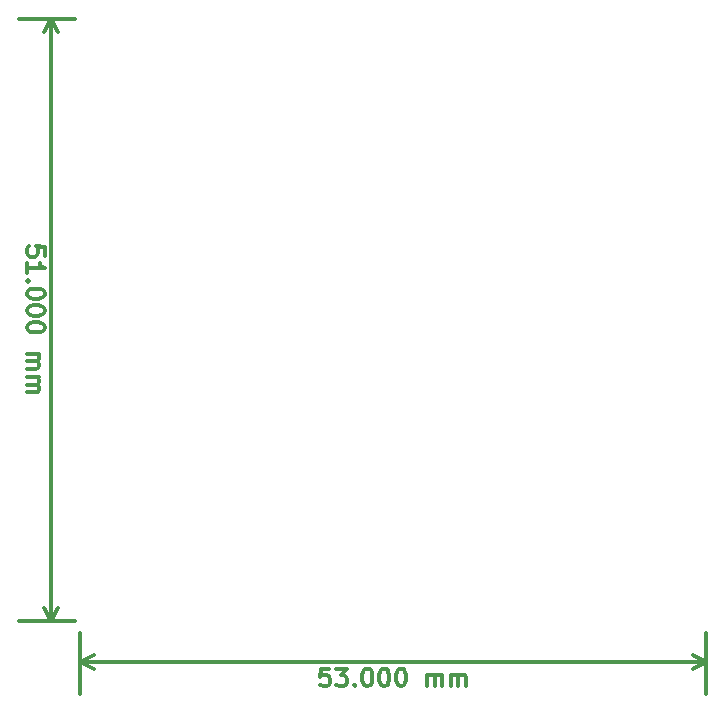
<source format=gbr>
G04 #@! TF.FileFunction,Other,User*
%FSLAX46Y46*%
G04 Gerber Fmt 4.6, Leading zero omitted, Abs format (unit mm)*
G04 Created by KiCad (PCBNEW 4.0.5+dfsg1-4) date Tue Aug 14 14:25:04 2018*
%MOMM*%
%LPD*%
G01*
G04 APERTURE LIST*
%ADD10C,0.100000*%
%ADD11C,0.300000*%
G04 APERTURE END LIST*
D10*
D11*
X46471429Y-100571430D02*
X46471429Y-99857144D01*
X45757143Y-99785715D01*
X45828571Y-99857144D01*
X45900000Y-100000001D01*
X45900000Y-100357144D01*
X45828571Y-100500001D01*
X45757143Y-100571430D01*
X45614286Y-100642858D01*
X45257143Y-100642858D01*
X45114286Y-100571430D01*
X45042857Y-100500001D01*
X44971429Y-100357144D01*
X44971429Y-100000001D01*
X45042857Y-99857144D01*
X45114286Y-99785715D01*
X44971429Y-102071429D02*
X44971429Y-101214286D01*
X44971429Y-101642858D02*
X46471429Y-101642858D01*
X46257143Y-101500001D01*
X46114286Y-101357143D01*
X46042857Y-101214286D01*
X45114286Y-102714286D02*
X45042857Y-102785714D01*
X44971429Y-102714286D01*
X45042857Y-102642857D01*
X45114286Y-102714286D01*
X44971429Y-102714286D01*
X46471429Y-103714286D02*
X46471429Y-103857143D01*
X46400000Y-104000000D01*
X46328571Y-104071429D01*
X46185714Y-104142858D01*
X45900000Y-104214286D01*
X45542857Y-104214286D01*
X45257143Y-104142858D01*
X45114286Y-104071429D01*
X45042857Y-104000000D01*
X44971429Y-103857143D01*
X44971429Y-103714286D01*
X45042857Y-103571429D01*
X45114286Y-103500000D01*
X45257143Y-103428572D01*
X45542857Y-103357143D01*
X45900000Y-103357143D01*
X46185714Y-103428572D01*
X46328571Y-103500000D01*
X46400000Y-103571429D01*
X46471429Y-103714286D01*
X46471429Y-105142857D02*
X46471429Y-105285714D01*
X46400000Y-105428571D01*
X46328571Y-105500000D01*
X46185714Y-105571429D01*
X45900000Y-105642857D01*
X45542857Y-105642857D01*
X45257143Y-105571429D01*
X45114286Y-105500000D01*
X45042857Y-105428571D01*
X44971429Y-105285714D01*
X44971429Y-105142857D01*
X45042857Y-105000000D01*
X45114286Y-104928571D01*
X45257143Y-104857143D01*
X45542857Y-104785714D01*
X45900000Y-104785714D01*
X46185714Y-104857143D01*
X46328571Y-104928571D01*
X46400000Y-105000000D01*
X46471429Y-105142857D01*
X46471429Y-106571428D02*
X46471429Y-106714285D01*
X46400000Y-106857142D01*
X46328571Y-106928571D01*
X46185714Y-107000000D01*
X45900000Y-107071428D01*
X45542857Y-107071428D01*
X45257143Y-107000000D01*
X45114286Y-106928571D01*
X45042857Y-106857142D01*
X44971429Y-106714285D01*
X44971429Y-106571428D01*
X45042857Y-106428571D01*
X45114286Y-106357142D01*
X45257143Y-106285714D01*
X45542857Y-106214285D01*
X45900000Y-106214285D01*
X46185714Y-106285714D01*
X46328571Y-106357142D01*
X46400000Y-106428571D01*
X46471429Y-106571428D01*
X44971429Y-108857142D02*
X45971429Y-108857142D01*
X45828571Y-108857142D02*
X45900000Y-108928570D01*
X45971429Y-109071428D01*
X45971429Y-109285713D01*
X45900000Y-109428570D01*
X45757143Y-109499999D01*
X44971429Y-109499999D01*
X45757143Y-109499999D02*
X45900000Y-109571428D01*
X45971429Y-109714285D01*
X45971429Y-109928570D01*
X45900000Y-110071428D01*
X45757143Y-110142856D01*
X44971429Y-110142856D01*
X44971429Y-110857142D02*
X45971429Y-110857142D01*
X45828571Y-110857142D02*
X45900000Y-110928570D01*
X45971429Y-111071428D01*
X45971429Y-111285713D01*
X45900000Y-111428570D01*
X45757143Y-111499999D01*
X44971429Y-111499999D01*
X45757143Y-111499999D02*
X45900000Y-111571428D01*
X45971429Y-111714285D01*
X45971429Y-111928570D01*
X45900000Y-112071428D01*
X45757143Y-112142856D01*
X44971429Y-112142856D01*
X47000000Y-80500000D02*
X47000000Y-131500000D01*
X49000000Y-80500000D02*
X44300000Y-80500000D01*
X49000000Y-131500000D02*
X44300000Y-131500000D01*
X47000000Y-131500000D02*
X46413579Y-130373496D01*
X47000000Y-131500000D02*
X47586421Y-130373496D01*
X47000000Y-80500000D02*
X46413579Y-81626504D01*
X47000000Y-80500000D02*
X47586421Y-81626504D01*
X70571430Y-135528571D02*
X69857144Y-135528571D01*
X69785715Y-136242857D01*
X69857144Y-136171429D01*
X70000001Y-136100000D01*
X70357144Y-136100000D01*
X70500001Y-136171429D01*
X70571430Y-136242857D01*
X70642858Y-136385714D01*
X70642858Y-136742857D01*
X70571430Y-136885714D01*
X70500001Y-136957143D01*
X70357144Y-137028571D01*
X70000001Y-137028571D01*
X69857144Y-136957143D01*
X69785715Y-136885714D01*
X71142858Y-135528571D02*
X72071429Y-135528571D01*
X71571429Y-136100000D01*
X71785715Y-136100000D01*
X71928572Y-136171429D01*
X72000001Y-136242857D01*
X72071429Y-136385714D01*
X72071429Y-136742857D01*
X72000001Y-136885714D01*
X71928572Y-136957143D01*
X71785715Y-137028571D01*
X71357143Y-137028571D01*
X71214286Y-136957143D01*
X71142858Y-136885714D01*
X72714286Y-136885714D02*
X72785714Y-136957143D01*
X72714286Y-137028571D01*
X72642857Y-136957143D01*
X72714286Y-136885714D01*
X72714286Y-137028571D01*
X73714286Y-135528571D02*
X73857143Y-135528571D01*
X74000000Y-135600000D01*
X74071429Y-135671429D01*
X74142858Y-135814286D01*
X74214286Y-136100000D01*
X74214286Y-136457143D01*
X74142858Y-136742857D01*
X74071429Y-136885714D01*
X74000000Y-136957143D01*
X73857143Y-137028571D01*
X73714286Y-137028571D01*
X73571429Y-136957143D01*
X73500000Y-136885714D01*
X73428572Y-136742857D01*
X73357143Y-136457143D01*
X73357143Y-136100000D01*
X73428572Y-135814286D01*
X73500000Y-135671429D01*
X73571429Y-135600000D01*
X73714286Y-135528571D01*
X75142857Y-135528571D02*
X75285714Y-135528571D01*
X75428571Y-135600000D01*
X75500000Y-135671429D01*
X75571429Y-135814286D01*
X75642857Y-136100000D01*
X75642857Y-136457143D01*
X75571429Y-136742857D01*
X75500000Y-136885714D01*
X75428571Y-136957143D01*
X75285714Y-137028571D01*
X75142857Y-137028571D01*
X75000000Y-136957143D01*
X74928571Y-136885714D01*
X74857143Y-136742857D01*
X74785714Y-136457143D01*
X74785714Y-136100000D01*
X74857143Y-135814286D01*
X74928571Y-135671429D01*
X75000000Y-135600000D01*
X75142857Y-135528571D01*
X76571428Y-135528571D02*
X76714285Y-135528571D01*
X76857142Y-135600000D01*
X76928571Y-135671429D01*
X77000000Y-135814286D01*
X77071428Y-136100000D01*
X77071428Y-136457143D01*
X77000000Y-136742857D01*
X76928571Y-136885714D01*
X76857142Y-136957143D01*
X76714285Y-137028571D01*
X76571428Y-137028571D01*
X76428571Y-136957143D01*
X76357142Y-136885714D01*
X76285714Y-136742857D01*
X76214285Y-136457143D01*
X76214285Y-136100000D01*
X76285714Y-135814286D01*
X76357142Y-135671429D01*
X76428571Y-135600000D01*
X76571428Y-135528571D01*
X78857142Y-137028571D02*
X78857142Y-136028571D01*
X78857142Y-136171429D02*
X78928570Y-136100000D01*
X79071428Y-136028571D01*
X79285713Y-136028571D01*
X79428570Y-136100000D01*
X79499999Y-136242857D01*
X79499999Y-137028571D01*
X79499999Y-136242857D02*
X79571428Y-136100000D01*
X79714285Y-136028571D01*
X79928570Y-136028571D01*
X80071428Y-136100000D01*
X80142856Y-136242857D01*
X80142856Y-137028571D01*
X80857142Y-137028571D02*
X80857142Y-136028571D01*
X80857142Y-136171429D02*
X80928570Y-136100000D01*
X81071428Y-136028571D01*
X81285713Y-136028571D01*
X81428570Y-136100000D01*
X81499999Y-136242857D01*
X81499999Y-137028571D01*
X81499999Y-136242857D02*
X81571428Y-136100000D01*
X81714285Y-136028571D01*
X81928570Y-136028571D01*
X82071428Y-136100000D01*
X82142856Y-136242857D01*
X82142856Y-137028571D01*
X102500000Y-135000000D02*
X49500000Y-135000000D01*
X102500000Y-132500000D02*
X102500000Y-137700000D01*
X49500000Y-132500000D02*
X49500000Y-137700000D01*
X49500000Y-135000000D02*
X50626504Y-134413579D01*
X49500000Y-135000000D02*
X50626504Y-135586421D01*
X102500000Y-135000000D02*
X101373496Y-134413579D01*
X102500000Y-135000000D02*
X101373496Y-135586421D01*
M02*

</source>
